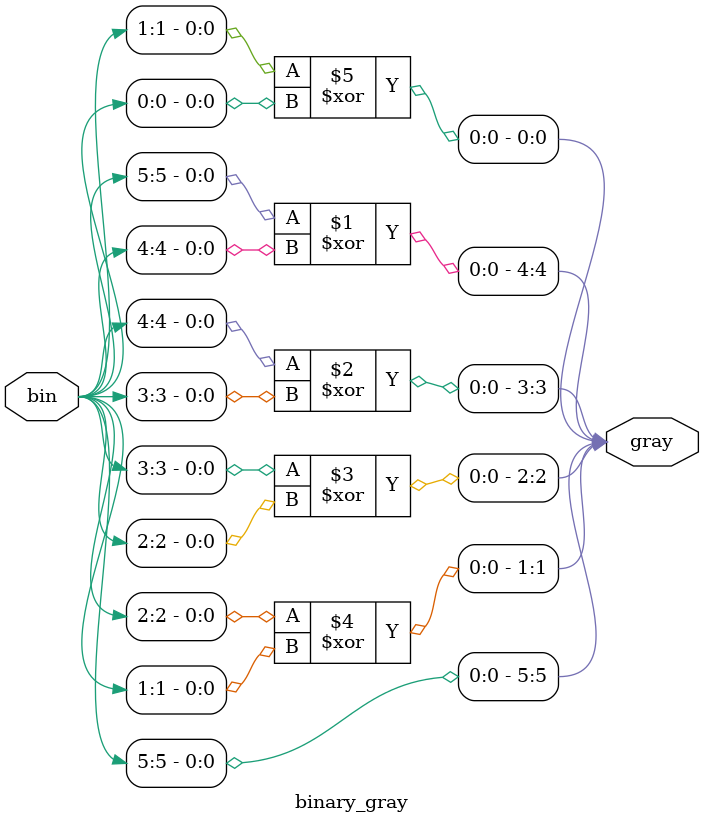
<source format=v>
module binary_gray(
    input  [5:0] bin,  
    output [5:0] gray
);
    assign gray[5] = bin[5];
    assign gray[4] = bin[5] ^ bin[4];
    assign gray[3] = bin[4] ^ bin[3];
    assign gray[2] = bin[3] ^ bin[2];
    assign gray[1] = bin[2] ^ bin[1];
    assign gray[0] = bin[1] ^ bin[0];
    
endmodule
</source>
